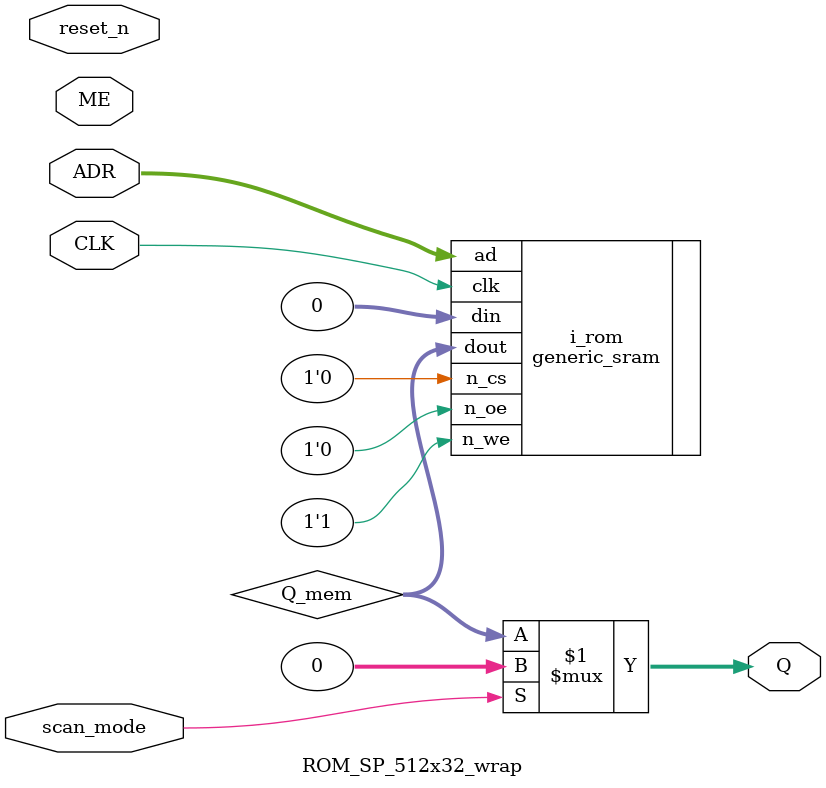
<source format=v>
module ROM_SP_512x32_wrap(
                Q,
                CLK,
                ME,
                ADR,
		reset_n,
		scan_mode
   	);


input          	CLK;
input        	ME;
input [8:0]  	ADR;
input		reset_n;
input		scan_mode;
output [31:0] 	Q;

wire [31:0]	Q_mem;


	assign Q = scan_mode ? 32'b0 : Q_mem;


generic_sram #(32, 512, 9) i_rom
  (.clk  (CLK),
   .n_cs (1'b0),
   .n_we (1'b1),
   .n_oe (1'b0),
   .ad   (ADR),
   .din  (32'd0),
   .dout (Q_mem)
   );

endmodule

</source>
